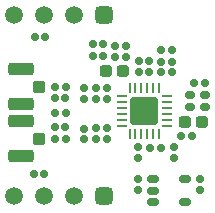
<source format=gts>
G04*
G04 #@! TF.GenerationSoftware,Altium Limited,Altium Designer,19.1.8 (144)*
G04*
G04 Layer_Color=8388736*
%FSLAX25Y25*%
%MOIN*%
G70*
G01*
G75*
G04:AMPARAMS|DCode=14|XSize=23.62mil|YSize=23.62mil|CornerRadius=5.91mil|HoleSize=0mil|Usage=FLASHONLY|Rotation=270.000|XOffset=0mil|YOffset=0mil|HoleType=Round|Shape=RoundedRectangle|*
%AMROUNDEDRECTD14*
21,1,0.02362,0.01181,0,0,270.0*
21,1,0.01181,0.02362,0,0,270.0*
1,1,0.01181,-0.00591,-0.00591*
1,1,0.01181,-0.00591,0.00591*
1,1,0.01181,0.00591,0.00591*
1,1,0.01181,0.00591,-0.00591*
%
%ADD14ROUNDEDRECTD14*%
G04:AMPARAMS|DCode=15|XSize=25.2mil|YSize=25.2mil|CornerRadius=6.3mil|HoleSize=0mil|Usage=FLASHONLY|Rotation=90.000|XOffset=0mil|YOffset=0mil|HoleType=Round|Shape=RoundedRectangle|*
%AMROUNDEDRECTD15*
21,1,0.02520,0.01260,0,0,90.0*
21,1,0.01260,0.02520,0,0,90.0*
1,1,0.01260,0.00630,0.00630*
1,1,0.01260,0.00630,-0.00630*
1,1,0.01260,-0.00630,-0.00630*
1,1,0.01260,-0.00630,0.00630*
%
%ADD15ROUNDEDRECTD15*%
G04:AMPARAMS|DCode=16|XSize=37.4mil|YSize=41.34mil|CornerRadius=9.35mil|HoleSize=0mil|Usage=FLASHONLY|Rotation=90.000|XOffset=0mil|YOffset=0mil|HoleType=Round|Shape=RoundedRectangle|*
%AMROUNDEDRECTD16*
21,1,0.03740,0.02264,0,0,90.0*
21,1,0.01870,0.04134,0,0,90.0*
1,1,0.01870,0.01132,0.00935*
1,1,0.01870,0.01132,-0.00935*
1,1,0.01870,-0.01132,-0.00935*
1,1,0.01870,-0.01132,0.00935*
%
%ADD16ROUNDEDRECTD16*%
G04:AMPARAMS|DCode=17|XSize=31.5mil|YSize=27.56mil|CornerRadius=6.89mil|HoleSize=0mil|Usage=FLASHONLY|Rotation=180.000|XOffset=0mil|YOffset=0mil|HoleType=Round|Shape=RoundedRectangle|*
%AMROUNDEDRECTD17*
21,1,0.03150,0.01378,0,0,180.0*
21,1,0.01772,0.02756,0,0,180.0*
1,1,0.01378,-0.00886,0.00689*
1,1,0.01378,0.00886,0.00689*
1,1,0.01378,0.00886,-0.00689*
1,1,0.01378,-0.00886,-0.00689*
%
%ADD17ROUNDEDRECTD17*%
G04:AMPARAMS|DCode=18|XSize=25.2mil|YSize=25.2mil|CornerRadius=6.3mil|HoleSize=0mil|Usage=FLASHONLY|Rotation=180.000|XOffset=0mil|YOffset=0mil|HoleType=Round|Shape=RoundedRectangle|*
%AMROUNDEDRECTD18*
21,1,0.02520,0.01260,0,0,180.0*
21,1,0.01260,0.02520,0,0,180.0*
1,1,0.01260,-0.00630,0.00630*
1,1,0.01260,0.00630,0.00630*
1,1,0.01260,0.00630,-0.00630*
1,1,0.01260,-0.00630,-0.00630*
%
%ADD18ROUNDEDRECTD18*%
G04:AMPARAMS|DCode=19|XSize=25.2mil|YSize=24.8mil|CornerRadius=6.2mil|HoleSize=0mil|Usage=FLASHONLY|Rotation=270.000|XOffset=0mil|YOffset=0mil|HoleType=Round|Shape=RoundedRectangle|*
%AMROUNDEDRECTD19*
21,1,0.02520,0.01240,0,0,270.0*
21,1,0.01280,0.02480,0,0,270.0*
1,1,0.01240,-0.00620,-0.00640*
1,1,0.01240,-0.00620,0.00640*
1,1,0.01240,0.00620,0.00640*
1,1,0.01240,0.00620,-0.00640*
%
%ADD19ROUNDEDRECTD19*%
G04:AMPARAMS|DCode=20|XSize=23.62mil|YSize=39.37mil|CornerRadius=5.91mil|HoleSize=0mil|Usage=FLASHONLY|Rotation=90.000|XOffset=0mil|YOffset=0mil|HoleType=Round|Shape=RoundedRectangle|*
%AMROUNDEDRECTD20*
21,1,0.02362,0.02756,0,0,90.0*
21,1,0.01181,0.03937,0,0,90.0*
1,1,0.01181,0.01378,0.00591*
1,1,0.01181,0.01378,-0.00591*
1,1,0.01181,-0.01378,-0.00591*
1,1,0.01181,-0.01378,0.00591*
%
%ADD20ROUNDEDRECTD20*%
G04:AMPARAMS|DCode=21|XSize=25.2mil|YSize=24.8mil|CornerRadius=6.2mil|HoleSize=0mil|Usage=FLASHONLY|Rotation=180.000|XOffset=0mil|YOffset=0mil|HoleType=Round|Shape=RoundedRectangle|*
%AMROUNDEDRECTD21*
21,1,0.02520,0.01240,0,0,180.0*
21,1,0.01280,0.02480,0,0,180.0*
1,1,0.01240,-0.00640,0.00620*
1,1,0.01240,0.00640,0.00620*
1,1,0.01240,0.00640,-0.00620*
1,1,0.01240,-0.00640,-0.00620*
%
%ADD21ROUNDEDRECTD21*%
%ADD22O,0.00984X0.03347*%
%ADD23O,0.03347X0.00984*%
G04:AMPARAMS|DCode=24|XSize=23.62mil|YSize=23.62mil|CornerRadius=5.91mil|HoleSize=0mil|Usage=FLASHONLY|Rotation=0.000|XOffset=0mil|YOffset=0mil|HoleType=Round|Shape=RoundedRectangle|*
%AMROUNDEDRECTD24*
21,1,0.02362,0.01181,0,0,0.0*
21,1,0.01181,0.02362,0,0,0.0*
1,1,0.01181,0.00591,-0.00591*
1,1,0.01181,-0.00591,-0.00591*
1,1,0.01181,-0.00591,0.00591*
1,1,0.01181,0.00591,0.00591*
%
%ADD24ROUNDEDRECTD24*%
G04:AMPARAMS|DCode=25|XSize=41.34mil|YSize=41.34mil|CornerRadius=10.34mil|HoleSize=0mil|Usage=FLASHONLY|Rotation=0.000|XOffset=0mil|YOffset=0mil|HoleType=Round|Shape=RoundedRectangle|*
%AMROUNDEDRECTD25*
21,1,0.04134,0.02067,0,0,0.0*
21,1,0.02067,0.04134,0,0,0.0*
1,1,0.02067,0.01034,-0.01034*
1,1,0.02067,-0.01034,-0.01034*
1,1,0.02067,-0.01034,0.01034*
1,1,0.02067,0.01034,0.01034*
%
%ADD25ROUNDEDRECTD25*%
G04:AMPARAMS|DCode=26|XSize=86.61mil|YSize=41.34mil|CornerRadius=10.34mil|HoleSize=0mil|Usage=FLASHONLY|Rotation=0.000|XOffset=0mil|YOffset=0mil|HoleType=Round|Shape=RoundedRectangle|*
%AMROUNDEDRECTD26*
21,1,0.08661,0.02067,0,0,0.0*
21,1,0.06594,0.04134,0,0,0.0*
1,1,0.02067,0.03297,-0.01034*
1,1,0.02067,-0.03297,-0.01034*
1,1,0.02067,-0.03297,0.01034*
1,1,0.02067,0.03297,0.01034*
%
%ADD26ROUNDEDRECTD26*%
G04:AMPARAMS|DCode=27|XSize=90.55mil|YSize=90.55mil|CornerRadius=4.53mil|HoleSize=0mil|Usage=FLASHONLY|Rotation=0.000|XOffset=0mil|YOffset=0mil|HoleType=Round|Shape=RoundedRectangle|*
%AMROUNDEDRECTD27*
21,1,0.09055,0.08150,0,0,0.0*
21,1,0.08150,0.09055,0,0,0.0*
1,1,0.00906,0.04075,-0.04075*
1,1,0.00906,-0.04075,-0.04075*
1,1,0.00906,-0.04075,0.04075*
1,1,0.00906,0.04075,0.04075*
%
%ADD27ROUNDEDRECTD27*%
G04:AMPARAMS|DCode=28|XSize=59.06mil|YSize=59.06mil|CornerRadius=14.76mil|HoleSize=0mil|Usage=FLASHONLY|Rotation=180.000|XOffset=0mil|YOffset=0mil|HoleType=Round|Shape=RoundedRectangle|*
%AMROUNDEDRECTD28*
21,1,0.05906,0.02953,0,0,180.0*
21,1,0.02953,0.05906,0,0,180.0*
1,1,0.02953,-0.01476,0.01476*
1,1,0.02953,0.01476,0.01476*
1,1,0.02953,0.01476,-0.01476*
1,1,0.02953,-0.01476,-0.01476*
%
%ADD28ROUNDEDRECTD28*%
%ADD29C,0.05906*%
D14*
X38780Y55118D02*
D03*
X42323D02*
D03*
X42323Y51575D02*
D03*
X38780D02*
D03*
X57677Y50000D02*
D03*
X54134D02*
D03*
X57677Y46457D02*
D03*
X54134D02*
D03*
X60827Y25197D02*
D03*
X64370D02*
D03*
X18701Y37795D02*
D03*
X22244D02*
D03*
X18701Y28346D02*
D03*
X22244D02*
D03*
X12008Y58268D02*
D03*
X15551D02*
D03*
X15157Y12598D02*
D03*
X11614D02*
D03*
D15*
X31260Y55905D02*
D03*
X34882D02*
D03*
X31260Y51968D02*
D03*
X34882D02*
D03*
X46614Y50394D02*
D03*
X50236D02*
D03*
X46614Y46457D02*
D03*
X50236D02*
D03*
X54094Y53937D02*
D03*
X57717D02*
D03*
X68740Y42913D02*
D03*
X65118D02*
D03*
X22284Y33071D02*
D03*
X18661D02*
D03*
X18661Y41732D02*
D03*
X22284D02*
D03*
X18661Y24409D02*
D03*
X22284D02*
D03*
D16*
X41437Y46850D02*
D03*
X35728D02*
D03*
X67815Y29921D02*
D03*
X62106D02*
D03*
D17*
X68701Y38976D02*
D03*
X63583D02*
D03*
Y35039D02*
D03*
X68701D02*
D03*
D18*
X58268Y17874D02*
D03*
Y21496D02*
D03*
X46457Y7244D02*
D03*
Y10866D02*
D03*
X66929Y7244D02*
D03*
Y10866D02*
D03*
X36220Y41181D02*
D03*
Y37559D02*
D03*
X32283Y41181D02*
D03*
Y37559D02*
D03*
X36220Y24173D02*
D03*
Y27795D02*
D03*
X32283Y24173D02*
D03*
Y27795D02*
D03*
D19*
X50532Y21260D02*
D03*
X54193D02*
D03*
D20*
X62008Y10827D02*
D03*
Y3347D02*
D03*
X51378D02*
D03*
Y7087D02*
D03*
Y10827D02*
D03*
D21*
X46457Y21516D02*
D03*
Y17854D02*
D03*
D22*
X43587Y41205D02*
D03*
X45555D02*
D03*
X47524D02*
D03*
X49492D02*
D03*
X51461D02*
D03*
X53429D02*
D03*
Y26047D02*
D03*
X51461D02*
D03*
X49492D02*
D03*
X47524D02*
D03*
X45555D02*
D03*
X43587D02*
D03*
D23*
X56087Y38547D02*
D03*
Y36579D02*
D03*
Y34610D02*
D03*
Y32642D02*
D03*
Y30673D02*
D03*
Y28705D02*
D03*
X40929D02*
D03*
Y30673D02*
D03*
Y32642D02*
D03*
Y34610D02*
D03*
Y36579D02*
D03*
Y38547D02*
D03*
D24*
X28346Y37598D02*
D03*
Y41142D02*
D03*
Y27756D02*
D03*
Y24213D02*
D03*
D25*
X13484Y24409D02*
D03*
X13484Y41732D02*
D03*
D26*
X7480Y18602D02*
D03*
Y30217D02*
D03*
X7480Y35925D02*
D03*
Y47539D02*
D03*
D27*
X48508Y33626D02*
D03*
D28*
X35079Y5118D02*
D03*
Y65748D02*
D03*
D29*
X25079Y5118D02*
D03*
X15079D02*
D03*
X5079D02*
D03*
X25079Y65748D02*
D03*
X15079D02*
D03*
X5079D02*
D03*
M02*

</source>
